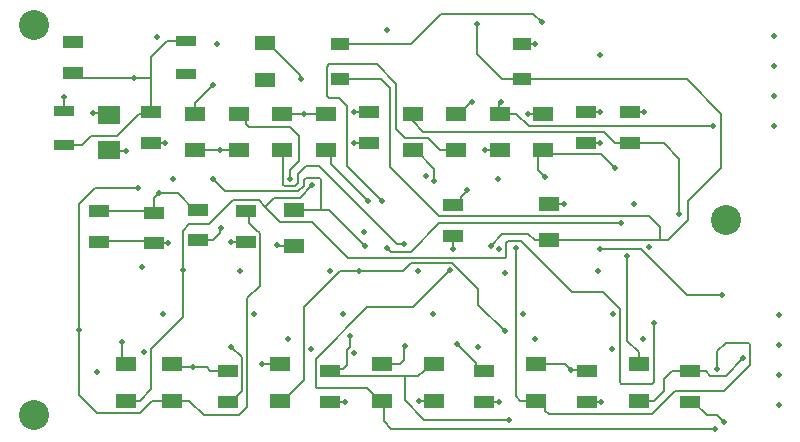
<source format=gbr>
%TF.GenerationSoftware,Altium Limited,Altium Designer,21.1.1 (26)*%
G04 Layer_Physical_Order=4*
G04 Layer_Color=16711680*
%FSLAX26Y26*%
%MOIN*%
%TF.SameCoordinates,5075B572-C75D-40FD-B4B0-80468548393A*%
%TF.FilePolarity,Positive*%
%TF.FileFunction,Copper,L4,Bot,Signal*%
%TF.Part,Single*%
G01*
G75*
%TA.AperFunction,Conductor*%
%ADD25C,0.008000*%
%TA.AperFunction,ViaPad*%
%ADD26C,0.019000*%
%ADD27C,0.100000*%
%TA.AperFunction,SMDPad,CuDef*%
%ADD32R,0.066929X0.043307*%
%ADD33R,0.070866X0.051181*%
%ADD34R,0.059055X0.039370*%
%ADD35R,0.066929X0.037402*%
%ADD36R,0.074803X0.059055*%
D25*
X2747242Y1600000D02*
X2901117Y1446125D01*
X3016920D01*
X2440000Y1628976D02*
X2810000D01*
X2900056Y2165944D02*
X3015000Y2051000D01*
X2905000Y1760000D02*
X3015000Y1870000D01*
Y2051000D01*
X2810000Y1628976D02*
X2838976D01*
X2905000Y1695000D02*
Y1760000D01*
X2838976Y1628976D02*
X2905000Y1695000D01*
X2876000Y1716000D02*
Y1900000D01*
X855000Y2289962D02*
Y2290000D01*
X1701472Y2110214D02*
X1709686Y2102000D01*
X1701472Y2110214D02*
Y2206786D01*
X1868000Y2215000D02*
X1932000Y2151000D01*
X1767000Y1876814D02*
Y2075000D01*
X1740000Y2102000D02*
X1767000Y2075000D01*
X1709686Y2215000D02*
X1868000D01*
X1701472Y2206786D02*
X1709686Y2215000D01*
Y2102000D02*
X1740000D01*
X1767000Y1876814D02*
X1883222Y1760592D01*
X1612895Y2167105D02*
X1615000Y2165000D01*
X1612895Y2167105D02*
Y2177971D01*
X1504842Y2286024D02*
X1612895Y2177971D01*
X1440000Y2005000D02*
X1579000D01*
X1609000Y1893414D02*
Y1975000D01*
X1579000Y2005000D02*
X1609000Y1975000D01*
X1430000Y2015000D02*
X1440000Y2005000D01*
X1881056Y2165944D02*
X1912000Y2135000D01*
X1745000Y2165944D02*
X1881056D01*
X1932000Y2000000D02*
Y2151000D01*
X1912000Y1873000D02*
Y2135000D01*
X1932000Y2000000D02*
X1963000Y1969000D01*
X1912000Y1873000D02*
X2076000Y1709000D01*
X1986968Y2025000D02*
X2020968Y1991000D01*
X2623598D01*
X1963000Y1969000D02*
X2037978D01*
X2623598Y1991000D02*
X2662000Y1952598D01*
X1792034D02*
X1840000D01*
X1715000Y1883234D02*
X1837617Y1760617D01*
X1792034Y2054962D02*
X1840000D01*
X1715000Y1883234D02*
Y1910946D01*
X1630000Y1875000D02*
X1675000D01*
X1935000Y1615000D01*
X1606000Y1851000D02*
X1630000Y1875000D01*
X1495000Y2163976D02*
Y2165000D01*
Y2286024D02*
X1504842D01*
X2610000Y1600000D02*
X2747242D01*
X2702000Y1294000D02*
Y1576500D01*
X2394048Y1628976D02*
X2440000D01*
X2330000Y1109000D02*
Y1601500D01*
X2345022Y1093978D02*
X2408110D01*
X2330000Y1109000D02*
X2345022Y1093978D01*
X2702000Y1294000D02*
X2741000Y1255000D01*
X2775314Y1709000D02*
X2810000Y1674314D01*
X2679358Y1686000D02*
X2679858Y1685500D01*
X2076000Y1686000D02*
X2679358D01*
X2076000Y1709000D02*
X2775314D01*
X1980000Y1590000D02*
X2076000Y1686000D01*
X2349314Y1625000D02*
X2519314Y1455000D01*
X2303686Y1625000D02*
X2349314D01*
X2519314Y1455000D02*
X2623000D01*
X2025000Y1031000D02*
X2307000D01*
X1960000Y1096000D02*
Y1175000D01*
X1915799Y1000815D02*
X2993237D01*
X1960000Y1096000D02*
X2025000Y1031000D01*
X1889926Y1026688D02*
X1915799Y1000815D01*
X2197604Y1210058D02*
X2215257Y1192404D01*
X2137393Y1280659D02*
X2197604Y1220448D01*
X2135000Y1280000D02*
X2135659Y1280659D01*
X2197604Y1210058D02*
Y1220448D01*
X2215257Y1192404D02*
X2225648D01*
X2135659Y1280659D02*
X2137393D01*
X1956266Y1527402D02*
X1980364Y1551500D01*
X2119734D01*
X2206315Y1464919D01*
Y1413685D02*
Y1464919D01*
Y1413685D02*
X2295000Y1325000D01*
X2294314Y1569500D02*
X2299000Y1574186D01*
X1771500Y1569500D02*
X2294314D01*
X1650000Y1691000D02*
X1771500Y1569500D01*
X2299000Y1574186D02*
Y1620314D01*
X1987833Y1405833D02*
X2110000Y1528000D01*
X1835833Y1405833D02*
X1987833D01*
X1664000Y1234000D02*
X1835833Y1405833D01*
X1808000Y1527402D02*
X1956266D01*
X1668686Y1135000D02*
X1835012D01*
X1664000Y1139686D02*
Y1234000D01*
Y1139686D02*
X1668686Y1135000D01*
X1835012D02*
X1854007Y1116005D01*
X1729788Y1175000D02*
X1960000D01*
X1712382Y1192406D02*
X1729788Y1175000D01*
X1885440Y1093978D02*
X1889926Y1089492D01*
X1875598Y1093978D02*
X1885440D01*
X1854007Y1115569D02*
X1875598Y1093978D01*
X1854007Y1115569D02*
Y1116005D01*
X876000Y1114000D02*
Y1750000D01*
X1115563Y1132563D02*
Y1266563D01*
X1222000Y1373000D01*
X1076978Y1093978D02*
X1115563Y1132563D01*
X825000Y2057916D02*
Y2105000D01*
X1125000Y1725003D02*
Y1769594D01*
X1140000Y1784594D02*
Y1785000D01*
X1204369D01*
X1125000Y1769594D02*
X1140000Y1784594D01*
X2515000Y1195000D02*
X2565230D01*
X2398704Y1216026D02*
X2493974D01*
X2515000Y1195000D01*
X2246500Y1611000D02*
X2247000D01*
X2286000Y1650000D01*
X2299000Y1620314D02*
X2303686Y1625000D01*
X2059000Y1826000D02*
Y1866789D01*
X1996811Y1928978D02*
X2059000Y1866789D01*
X1986968Y1928978D02*
X1996811D01*
X1322000Y1832000D02*
X1362500Y1791500D01*
X1626000Y1163978D02*
Y1407766D01*
X1556000Y1093978D02*
X1626000Y1163978D01*
Y1407766D02*
X1745636Y1527402D01*
X1778000Y1272026D02*
Y1311000D01*
X1767966Y1212966D02*
Y1261992D01*
X1778000Y1272026D01*
X1753160Y1198160D02*
X1767966Y1212966D01*
X1958297Y1228297D02*
Y1273297D01*
X1960000Y1275000D01*
X1946026Y1216026D02*
X1958297Y1228297D01*
X2910000Y1192406D02*
X2964408D01*
X2979500Y1177314D01*
X3029932D02*
X3087842Y1235224D01*
X2979500Y1177314D02*
X3029932D01*
X3111342Y1212342D02*
Y1280314D01*
X3003000Y1258000D02*
X3030000Y1285000D01*
X3106656D02*
X3111342Y1280314D01*
X3030000Y1285000D02*
X3106656D01*
X3003000Y1201000D02*
Y1258000D01*
X2850000Y1192406D02*
X2910000D01*
X3025000Y1126000D02*
X3111342Y1212342D01*
X2862000Y1126000D02*
X3025000D01*
X2786000Y1050000D02*
X2862000Y1126000D01*
X2141811Y2051026D02*
X2180000Y2089215D01*
Y2090000D01*
X2131968Y2051026D02*
X2141811D01*
X2120000Y1600000D02*
Y1642636D01*
X1745636Y1527402D02*
X1808000D01*
X1484174Y1215000D02*
X1542238D01*
X1381440Y1273560D02*
X1417000Y1238000D01*
X1380000Y1273560D02*
X1381440D01*
X1542238Y1215000D02*
X1543264Y1216026D01*
X1417000Y1220529D02*
X1417671Y1219859D01*
X1417000Y1220529D02*
Y1238000D01*
X1018901Y1227125D02*
Y1288988D01*
Y1227125D02*
X1030000Y1216026D01*
X1261000Y2051994D02*
Y2087160D01*
X1320340Y2146500D01*
X872600Y2170000D02*
X1058808D01*
X1059808Y2171000D02*
X1115000D01*
Y2240000D01*
X1058808Y2170000D02*
X1059808Y2171000D01*
X1115000Y2054962D02*
Y2171000D01*
X855000Y2187600D02*
X872600Y2170000D01*
X1115000Y2240000D02*
X1167914Y2292914D01*
X1230000D01*
X1204369Y1785000D02*
X1258187Y1731182D01*
X1125000Y1721182D02*
Y1725003D01*
X928000Y1802000D02*
X1073000D01*
X1258187Y1731182D02*
X1269998D01*
X940000Y1726182D02*
X941182Y1725000D01*
X1065730D02*
X1065733Y1725003D01*
X941182Y1725000D02*
X1065730D01*
X941404Y1625222D02*
X1099778D01*
X1105000Y1620000D01*
X940000Y1623818D02*
X941404Y1625222D01*
X1121179Y1725003D02*
X1125000Y1721182D01*
X1065733Y1725003D02*
X1121179D01*
X1074222Y2049222D02*
X1109260D01*
X914320Y1976000D02*
X1001000D01*
X1109260Y2049222D02*
X1115000Y2054962D01*
X1001000Y1976000D02*
X1074222Y2049222D01*
X973938Y1928976D02*
X977914Y1925000D01*
X1030000D01*
X922152Y2051207D02*
X969819D01*
X973938Y2047088D01*
X1552994Y2050000D02*
X1695942D01*
X1551968Y2051026D02*
X1552994Y2050000D01*
X1695942D02*
X1696968Y2051026D01*
X1250000Y1917010D02*
X1262990Y1930000D01*
X1405946D01*
X1406968Y1928978D01*
X1250000Y1915972D02*
Y1917010D01*
X1222000Y1373000D02*
Y1528000D01*
X3001867Y1044818D02*
X3025150Y1021535D01*
X2967035Y1044818D02*
X3001867D01*
X2910000Y1090042D02*
X2921811D01*
X2967035Y1044818D01*
X2373762Y2010238D02*
X2986500D01*
X1343840Y1651277D02*
Y1662939D01*
X1348015Y1667114D01*
X1321383Y1628820D02*
X1343840Y1651277D01*
X1348015Y1667114D02*
Y1670090D01*
X1269998Y1628820D02*
X1321383D01*
X1243000Y1683000D02*
X1308000D01*
X1387000Y1762000D01*
X1220000Y1660000D02*
X1243000Y1683000D01*
X2565230Y1195000D02*
X2567824Y1192406D01*
X1254208Y1205000D02*
X1300000D01*
X1312594Y1192406D01*
X1370206D01*
X1215866Y1205866D02*
X1253342D01*
X1215000Y1205000D02*
X1215866Y1205866D01*
X1253342D02*
X1254208Y1205000D01*
X1185000Y1216024D02*
X1193976Y1225000D01*
X2810000Y1630000D02*
Y1674314D01*
X1712382Y1192406D02*
X1718136Y1198160D01*
X1753160D01*
X2005660Y1175000D02*
X2025095Y1194435D01*
X1442000Y1686737D02*
Y1726182D01*
X1465194Y1663543D02*
X1465194D01*
X1442000Y1686737D02*
X1465194Y1663543D01*
X1435000Y1435000D02*
X1477465Y1477465D01*
Y1651273D01*
X1435000Y1227985D02*
Y1435000D01*
X1417000Y1164283D02*
X1417671Y1164954D01*
X1435000Y1074000D02*
Y1156827D01*
X1435671Y1157498D01*
X1417671Y1164954D02*
Y1219859D01*
X1435000Y1227985D02*
X1435671Y1227314D01*
Y1157498D02*
Y1227314D01*
X1382017Y1090042D02*
X1417000Y1125025D01*
Y1164283D01*
X1407000Y1046000D02*
X1435000Y1074000D01*
X1465194Y1663543D02*
X1477465Y1651273D01*
X2791000Y1154686D02*
Y1354000D01*
X2678000Y1154686D02*
Y1400000D01*
X2682686Y1150000D02*
X2786314D01*
X2791000Y1154686D01*
X2678000D02*
X2682686Y1150000D01*
X1696968Y1928978D02*
X1715000Y1910946D01*
X2286000Y1650000D02*
X2373024D01*
X2623000Y1455000D02*
X2678000Y1400000D01*
X2429701Y1060299D02*
X2440000Y1050000D01*
X2429701Y1060299D02*
Y1072387D01*
X2440000Y1050000D02*
X2786000D01*
X2408110Y1093978D02*
X2429701Y1072387D01*
X1632500Y1836000D02*
X1675314D01*
X1680000Y1731026D02*
X1706974D01*
X1680000D02*
Y1831314D01*
X1650000Y1731026D02*
X1680000D01*
X1675314Y1836000D02*
X1680000Y1831314D01*
X1935000Y1615000D02*
X1958000D01*
X1590000Y1731026D02*
X1650000D01*
X1651301Y1811772D02*
X1653000D01*
X1610145Y1770617D02*
X1651301Y1811772D01*
X1624742Y1810669D02*
Y1828242D01*
X1605573Y1791500D02*
X1624742Y1810669D01*
X1606000Y1820370D02*
Y1851000D01*
X1595130Y1809500D02*
X1606000Y1820370D01*
X2167966Y1792966D02*
Y1795000D01*
X2120000Y1745000D02*
X2130391D01*
X2148044Y1762654D01*
Y1773044D01*
X2167966Y1792966D01*
X1902000Y1601686D02*
X1913686Y1590000D01*
X1980000D01*
X1902000Y1601686D02*
Y1604000D01*
X2405000Y1864000D02*
X2429000Y1840000D01*
X2405000Y1912010D02*
X2421968Y1928978D01*
X2405000Y1864000D02*
Y1912010D01*
X1885440Y1216026D02*
X1946026D01*
X936000Y1054000D02*
X1077024D01*
X876000Y1114000D02*
X936000Y1054000D01*
X2025095Y1194435D02*
Y1194435D01*
X1960000Y1175000D02*
X2005660D01*
X2046686Y1216026D02*
X2056528D01*
X2025095Y1194435D02*
X2046686Y1216026D01*
X2006594Y1093978D02*
X2056528D01*
X1889926Y1026688D02*
Y1089492D01*
X1430000Y1726182D02*
X1442000D01*
X1430000Y2015000D02*
Y2029435D01*
X1408409Y2051026D02*
X1430000Y2029435D01*
X1406968Y2051026D02*
X1408409D01*
X1370206Y1090042D02*
X1382017D01*
X1220000Y1530000D02*
Y1660000D01*
X1261000Y2051994D02*
X1261968Y2051026D01*
X1220000Y1530000D02*
X1222000Y1528000D01*
X1387000Y1762000D02*
X1475000D01*
X1496000Y1741000D01*
X1546000Y1691000D02*
X1650000D01*
X1496000Y1741000D02*
X1546000Y1691000D01*
X1496000Y1741000D02*
X1525617Y1770617D01*
X1610145D01*
X1362500Y1791500D02*
X1605573D01*
X1560686Y1809500D02*
X1595130D01*
X1556000Y1814186D02*
Y1928978D01*
Y1814186D02*
X1560686Y1809500D01*
X1624742Y1828242D02*
X1632500Y1836000D01*
X1535405Y1613639D02*
X1538382D01*
X1543043Y1608978D02*
X1590000D01*
X1538382Y1613639D02*
X1543043Y1608978D01*
X1382034Y1623820D02*
X1430000D01*
X2276000Y2051026D02*
X2276968D01*
X2276000D02*
Y2091000D01*
X2280000D01*
X2741000Y1216026D02*
Y1255000D01*
X2432000Y1916000D02*
Y1928978D01*
X1030000Y1093978D02*
X1076978D01*
X1706974Y1731026D02*
X1827000Y1611000D01*
X1543264Y1093978D02*
X1556000D01*
X1579500Y1863914D02*
X1609000Y1893414D01*
X1579500Y1833000D02*
Y1863914D01*
X1986968Y2025000D02*
Y2051026D01*
X2662000Y1952598D02*
X2710000D01*
X2740880Y1216026D02*
X2741000D01*
X2276968Y2051026D02*
X2332974D01*
X2373762Y2010238D01*
X2350000Y2165944D02*
X2900056D01*
X1551968Y1928978D02*
X1556000D01*
X2078000D02*
X2131968D01*
X2037978Y1969000D02*
X2078000Y1928978D01*
X1745000Y2284056D02*
X1982056D01*
X2081500Y2383500D01*
X2389500D01*
X2418000Y2355000D01*
X2421968Y1928978D02*
X2432000D01*
Y1916000D02*
X2615000D01*
X2660000Y1871000D01*
X2286056Y2165944D02*
X2350000D01*
X2202000Y2250000D02*
X2286056Y2165944D01*
X2202000Y2250000D02*
Y2351000D01*
X1117000Y1093976D02*
X1185000D01*
X876000Y1750000D02*
X928000Y1802000D01*
X2710000Y1952598D02*
X2823402D01*
X2876000Y1900000D01*
X2373024Y1650000D02*
X2394048Y1628976D01*
X1077024Y1054000D02*
X1117000Y1093976D01*
X886000Y1947680D02*
X914320Y1976000D01*
X825000Y1947680D02*
X886000D01*
X1290976Y1046000D02*
X1407000D01*
X1243000Y1093976D02*
X1290976Y1046000D01*
X1185000Y1093976D02*
X1243000D01*
X2824000Y1166406D02*
X2850000Y1192406D01*
X2824000Y1125000D02*
Y1166406D01*
X2792978Y1093978D02*
X2824000Y1125000D01*
X2740880Y1093978D02*
X2792978D01*
X2567824Y1090042D02*
X2615790D01*
X2565000Y2054962D02*
X2612966D01*
X1125000Y1618818D02*
X1172966D01*
X1712382Y1090042D02*
X1760348D01*
X1115000Y1952598D02*
X1162966D01*
X2225648Y1090042D02*
X2273614D01*
X2227034Y1928978D02*
X2276968D01*
X2440000Y1751024D02*
X2489934D01*
X2372034Y2051026D02*
X2421968D01*
X2565000Y1952598D02*
X2612966D01*
X2350000Y2284056D02*
X2394028D01*
X2710000Y2054962D02*
X2757966D01*
D26*
X3016920Y1446125D02*
D03*
X2876000Y1716000D02*
D03*
X855000Y2290000D02*
D03*
X1615000Y2165000D02*
D03*
X1792034Y1952598D02*
D03*
Y2054962D02*
D03*
X1837617Y1760617D02*
D03*
X1495000Y2165000D02*
D03*
X2702000Y1576500D02*
D03*
X2610000Y1600000D02*
D03*
X2395000Y1301117D02*
D03*
X2775000Y1605476D02*
D03*
X2679858Y1685500D02*
D03*
X2354416Y1382333D02*
D03*
X2295000Y1325000D02*
D03*
X2110000Y1528000D02*
D03*
X2054562Y1382333D02*
D03*
X875824Y1330552D02*
D03*
X1092063Y1256897D02*
D03*
X825000Y2105000D02*
D03*
X1140000Y1785000D02*
D03*
X2654268Y1382333D02*
D03*
X1823368Y1657159D02*
D03*
X1754708Y1382333D02*
D03*
X2515000Y1195000D02*
D03*
X2755000Y1301117D02*
D03*
X2651279Y1266236D02*
D03*
X2605000Y1525000D02*
D03*
X2295205Y1519535D02*
D03*
X2330000Y1601500D02*
D03*
X2271761Y1832658D02*
D03*
X2273162Y1598488D02*
D03*
X2246500Y1611000D02*
D03*
X2031088Y1844525D02*
D03*
X2059000Y1826000D02*
D03*
X1322000Y1832000D02*
D03*
X1188917Y1832469D02*
D03*
X1649500Y1265779D02*
D03*
X1570000Y1301117D02*
D03*
X2725000Y1750000D02*
D03*
X1458500Y1381254D02*
D03*
X1155000Y1382333D02*
D03*
X935070Y1189854D02*
D03*
X1791466Y1252258D02*
D03*
X1960000Y1275000D02*
D03*
X2133634Y1284085D02*
D03*
X2204373Y1273558D02*
D03*
X3087842Y1235224D02*
D03*
X3003000Y1201000D02*
D03*
X2183711Y2090641D02*
D03*
X2120000Y1600000D02*
D03*
X2005000Y1525000D02*
D03*
X1710000D02*
D03*
X1484174Y1215000D02*
D03*
X1380000Y1273560D02*
D03*
X1253342Y1205866D02*
D03*
X1411215Y1524822D02*
D03*
X1018901Y1288988D02*
D03*
X1320340Y2146500D02*
D03*
X1230000Y2180000D02*
D03*
X1058808Y2170000D02*
D03*
X1073000Y1802000D02*
D03*
X1030000Y1925000D02*
D03*
X922152Y2051207D02*
D03*
X1625000Y2050000D02*
D03*
X1345000Y1930000D02*
D03*
X1135000Y2305000D02*
D03*
X1084777Y1538049D02*
D03*
X3025150Y1021535D02*
D03*
X2993237Y1000815D02*
D03*
X3206824Y1380000D02*
D03*
X2791000Y1354000D02*
D03*
X3206824Y1280000D02*
D03*
Y1180000D02*
D03*
Y1080000D02*
D03*
X2986500Y2010238D02*
D03*
X3191824Y2310238D02*
D03*
Y2110238D02*
D03*
Y2010238D02*
D03*
Y2210238D02*
D03*
X1348015Y1670090D02*
D03*
X1653000Y1811772D02*
D03*
X2006594Y1093978D02*
D03*
X1535405Y1613639D02*
D03*
X1382034Y1623820D02*
D03*
X2280000Y2091000D02*
D03*
X2307000Y1031000D02*
D03*
X1222000Y1528000D02*
D03*
X1827000Y1611000D02*
D03*
X1808000Y1527402D02*
D03*
X1579500Y1833000D02*
D03*
X1958000Y1615000D02*
D03*
X1902000Y1604000D02*
D03*
X2429000Y1840000D02*
D03*
X1883222Y1760592D02*
D03*
X2418000Y2355000D02*
D03*
X2660000Y1871000D02*
D03*
X2202000Y2351000D02*
D03*
X2167966Y1795000D02*
D03*
X1778000Y1311000D02*
D03*
X1335972Y2282812D02*
D03*
X2615790Y1090042D02*
D03*
X1901772Y2328872D02*
D03*
X2612966Y2054962D02*
D03*
X2610368Y2246654D02*
D03*
X1172966Y1618818D02*
D03*
X1760348Y1090042D02*
D03*
X1162966Y1952598D02*
D03*
X2273614Y1090042D02*
D03*
X2227034Y1928978D02*
D03*
X2489934Y1751024D02*
D03*
X2372034Y2051026D02*
D03*
X2612966Y1952598D02*
D03*
X2394028Y2284056D02*
D03*
X2757966Y2054962D02*
D03*
D27*
X725000Y1045000D02*
D03*
Y2345000D02*
D03*
X3030000Y1695000D02*
D03*
D32*
X1430000Y1623820D02*
D03*
Y1726182D02*
D03*
X940000D02*
D03*
Y1623818D02*
D03*
X1840000Y2054962D02*
D03*
Y1952598D02*
D03*
X2120000Y1745000D02*
D03*
Y1642636D02*
D03*
X2565000Y2054962D02*
D03*
Y1952598D02*
D03*
X1115000D02*
D03*
Y2054962D02*
D03*
X855000Y2187600D02*
D03*
Y2289962D02*
D03*
X2910000Y1192406D02*
D03*
Y1090042D02*
D03*
X2225648Y1192404D02*
D03*
Y1090042D02*
D03*
X2567824Y1192406D02*
D03*
Y1090042D02*
D03*
X2710000Y2054962D02*
D03*
Y1952598D02*
D03*
X1269998Y1731182D02*
D03*
Y1628820D02*
D03*
X1125000Y1721182D02*
D03*
Y1618818D02*
D03*
X1712382Y1192406D02*
D03*
Y1090042D02*
D03*
X1370206Y1192406D02*
D03*
Y1090042D02*
D03*
D33*
X1261968Y2051026D02*
D03*
Y1928978D02*
D03*
X2440000Y1628976D02*
D03*
Y1751024D02*
D03*
X2421968Y1928978D02*
D03*
Y2051026D02*
D03*
X1551968Y1928978D02*
D03*
Y2051026D02*
D03*
X1696968Y1928978D02*
D03*
Y2051026D02*
D03*
X2131968Y1928978D02*
D03*
Y2051026D02*
D03*
X1495000Y2163976D02*
D03*
Y2286024D02*
D03*
X1406968Y1928978D02*
D03*
Y2051026D02*
D03*
X1590000Y1608978D02*
D03*
Y1731026D02*
D03*
X1885440Y1216026D02*
D03*
Y1093978D02*
D03*
X1030000Y1216026D02*
D03*
Y1093978D02*
D03*
X2276968Y1928978D02*
D03*
Y2051026D02*
D03*
X1543264Y1216026D02*
D03*
Y1093978D02*
D03*
X2398704Y1216026D02*
D03*
Y1093978D02*
D03*
X1986968Y2051026D02*
D03*
Y1928978D02*
D03*
X2740880Y1093978D02*
D03*
Y1216026D02*
D03*
X2056528Y1093978D02*
D03*
Y1216026D02*
D03*
X1185000Y1216024D02*
D03*
Y1093976D02*
D03*
D34*
X2350000Y2284056D02*
D03*
Y2165944D02*
D03*
X1745000Y2284056D02*
D03*
Y2165944D02*
D03*
D35*
X1230000Y2182678D02*
D03*
Y2292914D02*
D03*
X825000Y2057916D02*
D03*
Y1947680D02*
D03*
D36*
X973938Y2047088D02*
D03*
Y1928976D02*
D03*
%TF.MD5,6a7719899cc254ca4e0bd681c188f4f2*%
M02*

</source>
